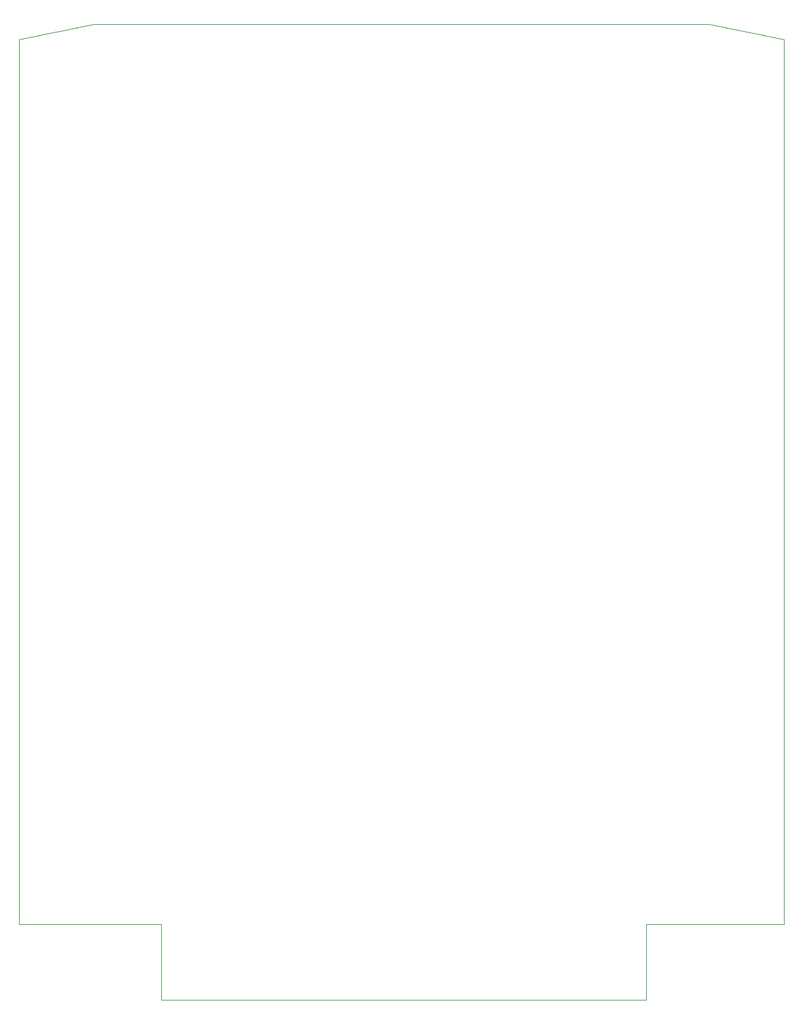
<source format=gbr>
%TF.GenerationSoftware,KiCad,Pcbnew,(6.0.2)*%
%TF.CreationDate,2022-10-27T18:33:53-05:00*%
%TF.ProjectId,REF1329_Breakout,52454631-3332-4395-9f42-7265616b6f75,rev?*%
%TF.SameCoordinates,Original*%
%TF.FileFunction,Profile,NP*%
%FSLAX46Y46*%
G04 Gerber Fmt 4.6, Leading zero omitted, Abs format (unit mm)*
G04 Created by KiCad (PCBNEW (6.0.2)) date 2022-10-27 18:33:53*
%MOMM*%
%LPD*%
G01*
G04 APERTURE LIST*
%TA.AperFunction,Profile*%
%ADD10C,0.002000*%
%TD*%
G04 APERTURE END LIST*
D10*
X94917400Y-145623400D02*
X94917400Y-27623400D01*
X104917400Y-25623400D02*
X94917400Y-27623400D01*
X113865400Y-155624100D02*
X113867400Y-145620400D01*
X104917400Y-25623400D02*
X186917400Y-25623400D01*
X196917400Y-27623400D02*
X196917400Y-145623400D01*
X113867400Y-145620400D02*
X94917400Y-145623400D01*
X178552400Y-145623400D02*
X196917400Y-145623400D01*
X178557400Y-155624100D02*
X113865400Y-155624100D01*
X186917400Y-25623400D02*
X196917400Y-27623400D01*
X178557400Y-155624100D02*
X178552400Y-145623400D01*
M02*

</source>
